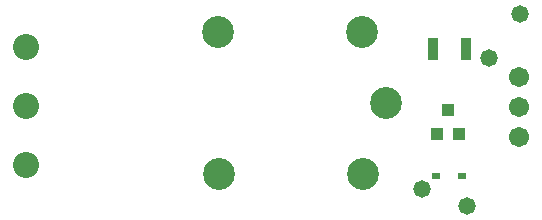
<source format=gts>
G04*
G04 #@! TF.GenerationSoftware,Altium Limited,Altium Designer,18.0.12 (696)*
G04*
G04 Layer_Color=8388736*
%FSLAX25Y25*%
%MOIN*%
G70*
G01*
G75*
%ADD16R,0.02769X0.02375*%
%ADD17R,0.03950X0.04343*%
%ADD18R,0.03359X0.07493*%
%ADD19C,0.10642*%
%ADD20C,0.06706*%
%ADD21C,0.08674*%
%ADD22C,0.05800*%
D16*
X159551Y15791D02*
D03*
X168213D02*
D03*
D17*
X159787Y29890D02*
D03*
X167268D02*
D03*
X163528Y37764D02*
D03*
D18*
X169571Y58055D02*
D03*
X158744D02*
D03*
D19*
X135429Y16492D02*
D03*
X142909Y40114D02*
D03*
X87004Y63736D02*
D03*
X135035D02*
D03*
X87398Y16492D02*
D03*
D20*
X187343Y48724D02*
D03*
Y38721D02*
D03*
Y28717D02*
D03*
D21*
X22925Y19244D02*
D03*
Y38929D02*
D03*
Y58614D02*
D03*
D22*
X177165Y55118D02*
D03*
X187598Y69882D02*
D03*
X169980Y5709D02*
D03*
X154965Y11374D02*
D03*
M02*

</source>
